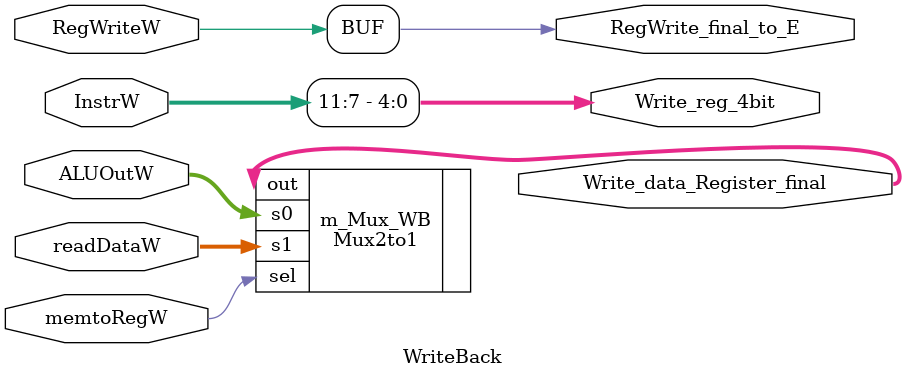
<source format=v>
module WriteBack(RegWriteW, memtoRegW, ALUOutW, InstrW, readDataW, Write_data_Register_final, RegWrite_final_to_E, Write_reg_4bit);

    input   RegWriteW, memtoRegW;
    input  [31:0]  ALUOutW, InstrW, readDataW;
    
    output RegWrite_final_to_E;
    output [31:0] Write_data_Register_final;
    output [4:0] Write_reg_4bit;

    assign RegWrite_final_to_E = RegWriteW;
    assign Write_reg_4bit = InstrW[11:7];

    Mux2to1 #(.size(32)) m_Mux_WB(
        .sel(memtoRegW),
        .s0(ALUOutW),
        .s1(readDataW),
        .out(Write_data_Register_final)
    );

endmodule

</source>
